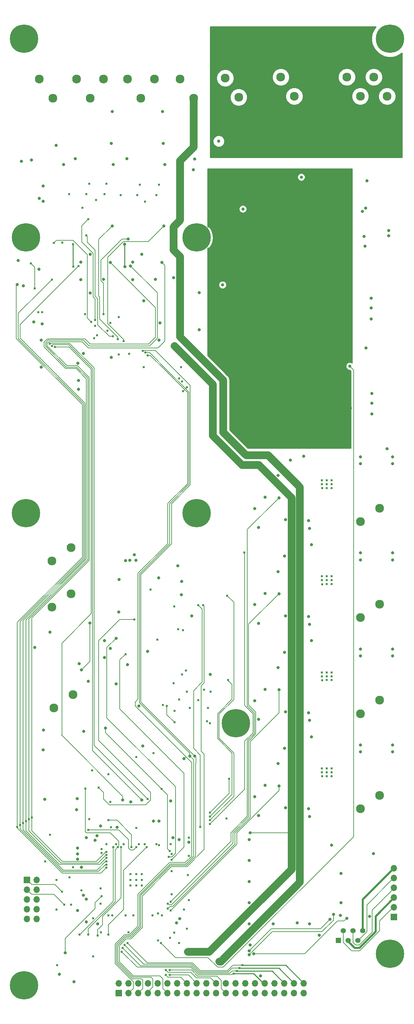
<source format=gbr>
G04 #@! TF.GenerationSoftware,KiCad,Pcbnew,(5.1.4)-1*
G04 #@! TF.CreationDate,2020-07-05T12:22:21-04:00*
G04 #@! TF.ProjectId,RPi_cape,5250695f-6361-4706-952e-6b696361645f,1.8*
G04 #@! TF.SameCoordinates,Original*
G04 #@! TF.FileFunction,Copper,L4,Bot*
G04 #@! TF.FilePolarity,Positive*
%FSLAX45Y45*%
G04 Gerber Fmt 4.5, Leading zero omitted, Abs format (unit mm)*
G04 Created by KiCad (PCBNEW (5.1.4)-1) date 2020-07-05 12:22:21*
%MOMM*%
%LPD*%
G04 APERTURE LIST*
%ADD10C,0.800000*%
%ADD11C,7.400000*%
%ADD12C,1.358000*%
%ADD13R,1.358000X1.358000*%
%ADD14C,2.300000*%
%ADD15O,1.700000X1.700000*%
%ADD16R,1.700000X1.700000*%
%ADD17C,0.620000*%
%ADD18C,0.500000*%
%ADD19C,0.200000*%
%ADD20C,2.000000*%
%ADD21C,0.250000*%
%ADD22C,0.254000*%
G04 APERTURE END LIST*
D10*
X4421222Y-8646222D03*
D11*
X4225000Y-8450000D03*
D10*
X3947500Y-8450000D03*
X4028778Y-8253778D03*
X4225000Y-8727500D03*
X4502500Y-8450000D03*
X4421222Y-8253778D03*
X4028778Y-8646222D03*
X4225000Y-8172500D03*
X8871222Y-8646222D03*
D11*
X8675000Y-8450000D03*
D10*
X8397500Y-8450000D03*
X8478778Y-8253778D03*
X8675000Y-8727500D03*
X8952500Y-8450000D03*
X8871222Y-8253778D03*
X8478778Y-8646222D03*
X8675000Y-8172500D03*
X8871222Y-15821222D03*
D11*
X8675000Y-15625000D03*
D10*
X8397500Y-15625000D03*
X8478778Y-15428778D03*
X8675000Y-15902500D03*
X8952500Y-15625000D03*
X8871222Y-15428778D03*
X8478778Y-15821222D03*
X8675000Y-15347500D03*
X4225000Y-15902500D03*
X4421222Y-15821222D03*
X4028778Y-15428778D03*
X4225000Y-15347500D03*
X4028778Y-15821222D03*
X4502500Y-15625000D03*
X4421222Y-15428778D03*
D11*
X4225000Y-15625000D03*
D10*
X3947500Y-15625000D03*
X9896222Y-20903778D03*
X9700000Y-20822500D03*
X9503778Y-20903778D03*
X9422500Y-21100000D03*
X9503778Y-21296222D03*
X9700000Y-21377500D03*
X9896222Y-21296222D03*
X9977500Y-21100000D03*
D11*
X9700000Y-21100000D03*
D10*
X4371222Y-3078778D03*
X4175000Y-2997500D03*
X3978778Y-3078778D03*
X3897500Y-3275000D03*
X3978778Y-3471222D03*
X4175000Y-3552500D03*
X4371222Y-3471222D03*
X4452500Y-3275000D03*
D11*
X4175000Y-3275000D03*
D10*
X13921222Y-3078778D03*
X13725000Y-2997500D03*
X13528778Y-3078778D03*
X13447500Y-3275000D03*
X13528778Y-3471222D03*
X13725000Y-3552500D03*
X13921222Y-3471222D03*
X14002500Y-3275000D03*
D11*
X13725000Y-3275000D03*
D10*
X4371222Y-27728778D03*
X4175000Y-27647500D03*
X3978778Y-27728778D03*
X3897500Y-27925000D03*
X3978778Y-28121222D03*
X4175000Y-28202500D03*
X4371222Y-28121222D03*
X4452500Y-27925000D03*
D11*
X4175000Y-27925000D03*
D10*
X13921222Y-26903778D03*
X13725000Y-26822500D03*
X13528778Y-26903778D03*
X13447500Y-27100000D03*
X13528778Y-27296222D03*
X13725000Y-27377500D03*
X13921222Y-27296222D03*
X14002500Y-27100000D03*
D11*
X13725000Y-27100000D03*
D12*
X13010000Y-26496000D03*
X12883000Y-26750000D03*
X12756000Y-26496000D03*
X12629000Y-26750000D03*
X12502000Y-26496000D03*
D13*
X12375000Y-26750000D03*
D14*
X12600000Y-4275000D03*
X12950000Y-4775000D03*
X13300000Y-4275000D03*
X13650000Y-4775000D03*
X6250000Y-4325000D03*
X5900000Y-4825000D03*
X5550000Y-4325000D03*
X7575000Y-4325000D03*
X7225000Y-4825000D03*
X6875000Y-4325000D03*
X4900000Y-16875000D03*
X5400000Y-16525000D03*
X4900000Y-18075000D03*
X5400000Y-17725000D03*
X13450000Y-22975000D03*
X12950000Y-23325000D03*
X13450000Y-20500000D03*
X12950000Y-20850000D03*
X13450000Y-18000000D03*
X12950000Y-18350000D03*
X13450000Y-15500000D03*
X12950000Y-15850000D03*
X4575000Y-4325000D03*
X4925000Y-4825000D03*
X8250000Y-4325000D03*
X8600000Y-4825000D03*
X9425000Y-4300000D03*
X9775000Y-4800000D03*
X10875000Y-4275000D03*
X11225000Y-4775000D03*
X4950000Y-20700000D03*
X5450000Y-20350000D03*
D15*
X13828000Y-24877000D03*
X13828000Y-25131000D03*
X13828000Y-25385000D03*
X13828000Y-25639000D03*
X13828000Y-25893000D03*
D16*
X13828000Y-26147000D03*
D15*
X4504000Y-26191000D03*
X4250000Y-26191000D03*
X4504000Y-25937000D03*
X4250000Y-25937000D03*
X4504000Y-25683000D03*
X4250000Y-25683000D03*
X4504000Y-25429000D03*
X4250000Y-25429000D03*
X4504000Y-25175000D03*
D16*
X4250000Y-25175000D03*
D15*
X11476000Y-27871000D03*
X11476000Y-28125000D03*
X11222000Y-27871000D03*
X11222000Y-28125000D03*
X10968000Y-27871000D03*
X10968000Y-28125000D03*
X10714000Y-27871000D03*
X10714000Y-28125000D03*
X10460000Y-27871000D03*
X10460000Y-28125000D03*
X10206000Y-27871000D03*
X10206000Y-28125000D03*
X9952000Y-27871000D03*
X9952000Y-28125000D03*
X9698000Y-27871000D03*
X9698000Y-28125000D03*
X9444000Y-27871000D03*
X9444000Y-28125000D03*
X9190000Y-27871000D03*
X9190000Y-28125000D03*
X8936000Y-27871000D03*
X8936000Y-28125000D03*
X8682000Y-27871000D03*
X8682000Y-28125000D03*
X8428000Y-27871000D03*
X8428000Y-28125000D03*
X8174000Y-27871000D03*
X8174000Y-28125000D03*
X7920000Y-27871000D03*
X7920000Y-28125000D03*
X7666000Y-27871000D03*
X7666000Y-28125000D03*
X7412000Y-27871000D03*
X7412000Y-28125000D03*
X7158000Y-27871000D03*
X7158000Y-28125000D03*
X6904000Y-27871000D03*
X6904000Y-28125000D03*
X6650000Y-27871000D03*
D16*
X6650000Y-28125000D03*
D17*
X12200000Y-14975000D03*
X12075000Y-14975000D03*
X11950000Y-14875000D03*
X12075000Y-14875000D03*
X12200000Y-14875000D03*
X12200000Y-14775000D03*
X12075000Y-14775000D03*
X11950000Y-14775000D03*
X7100000Y-25325000D03*
X7100000Y-25025000D03*
X7250000Y-25175000D03*
X6950000Y-25175000D03*
X7250000Y-25025000D03*
X7250000Y-25325000D03*
X6950000Y-25325000D03*
X6950000Y-25025000D03*
X11870000Y-13550000D03*
X11390000Y-13390000D03*
X11710000Y-13550000D03*
X11550000Y-13550000D03*
X11390000Y-13550000D03*
X11710000Y-13390000D03*
X11550000Y-13390000D03*
X11870000Y-13390000D03*
X11870000Y-13230000D03*
X11390000Y-13070000D03*
X11710000Y-13230000D03*
X11550000Y-13230000D03*
X11390000Y-13230000D03*
X11710000Y-13070000D03*
X11550000Y-13070000D03*
X11870000Y-13070000D03*
X11870000Y-12910000D03*
X11710000Y-12910000D03*
X11550000Y-12910000D03*
X11390000Y-12910000D03*
X11710000Y-12750000D03*
X11390000Y-12750000D03*
D10*
X10050000Y-26325000D03*
X10050000Y-25775000D03*
X10075000Y-26875000D03*
X10050000Y-25225000D03*
X10050000Y-24675000D03*
X10050000Y-24125000D03*
X6575000Y-20075000D03*
X4718750Y-23081250D03*
X4680000Y-21280000D03*
X4670000Y-21790000D03*
X5610000Y-19550000D03*
X6270000Y-19390000D03*
X6430000Y-19150000D03*
X8550000Y-18300000D03*
D17*
X8097502Y-18059143D03*
X7472500Y-17615000D03*
D10*
X8290000Y-17410000D03*
X8190000Y-17000000D03*
X7097789Y-16852501D03*
X6932501Y-16852501D03*
X6645000Y-18200000D03*
X10463000Y-15217000D03*
X7300000Y-10100000D03*
X7600000Y-9540000D03*
X8075000Y-9495000D03*
X7010000Y-9550000D03*
X7250000Y-8890000D03*
X7850000Y-6550000D03*
X7803750Y-6003750D03*
X4565000Y-9280000D03*
X4670000Y-7110000D03*
X4670000Y-7510000D03*
X4110000Y-6470000D03*
X5210000Y-6550000D03*
X5010000Y-6050000D03*
X9255000Y-5945000D03*
X8630000Y-6410000D03*
X9470000Y-7870000D03*
X10330000Y-7630000D03*
X10680000Y-6890000D03*
X13250000Y-12510000D03*
X13250000Y-13050000D03*
X12690000Y-12890000D03*
X12350000Y-12890000D03*
X12050000Y-13190000D03*
X12050000Y-13410000D03*
X12050000Y-13610000D03*
X11230000Y-13610000D03*
X11230000Y-13410000D03*
X11230000Y-13190000D03*
X11230000Y-12710000D03*
X12050000Y-12690000D03*
X10970000Y-12930000D03*
X10670000Y-12930000D03*
X10090000Y-13110000D03*
X10090000Y-13550000D03*
X10090000Y-13310000D03*
X11390000Y-13690000D03*
X11630000Y-13690000D03*
X11870000Y-13690000D03*
X12050000Y-12950000D03*
X11230000Y-12950000D03*
D17*
X11870000Y-12750000D03*
X11550000Y-12750000D03*
D10*
X13250000Y-12770000D03*
D17*
X11850000Y-11070000D03*
X11370000Y-10910000D03*
X11690000Y-11070000D03*
X11530000Y-11070000D03*
X11370000Y-11070000D03*
X11690000Y-10910000D03*
X11530000Y-10910000D03*
X11850000Y-10910000D03*
X11850000Y-10750000D03*
X11370000Y-10590000D03*
X11690000Y-10750000D03*
X11530000Y-10750000D03*
X11370000Y-10750000D03*
X11690000Y-10590000D03*
X11530000Y-10590000D03*
X11850000Y-10590000D03*
X11850000Y-10430000D03*
X11690000Y-10430000D03*
X11530000Y-10430000D03*
X11370000Y-10430000D03*
X11690000Y-10270000D03*
X11370000Y-10270000D03*
D10*
X13230000Y-10030000D03*
X13230000Y-10570000D03*
X12670000Y-10410000D03*
X12330000Y-10410000D03*
X12030000Y-10710000D03*
X12030000Y-10930000D03*
X12030000Y-11130000D03*
X11210000Y-11130000D03*
X11210000Y-10930000D03*
X11210000Y-10710000D03*
X11210000Y-10230000D03*
X12030000Y-10210000D03*
X10950000Y-10450000D03*
X10650000Y-10450000D03*
X10070000Y-10630000D03*
X10070000Y-11070000D03*
X10070000Y-10830000D03*
X11370000Y-11210000D03*
X11610000Y-11210000D03*
X11850000Y-11210000D03*
X12030000Y-10470000D03*
X11210000Y-10470000D03*
D17*
X11850000Y-10270000D03*
X11530000Y-10270000D03*
D10*
X13230000Y-10290000D03*
X6250000Y-9540000D03*
X5660000Y-9550000D03*
X5900000Y-8890000D03*
X6500000Y-6550000D03*
X6453750Y-6003750D03*
D17*
X5040000Y-27400000D03*
D10*
X12450000Y-25010000D03*
X12450000Y-25770000D03*
X13188750Y-26128750D03*
X4650000Y-10700000D03*
X7700000Y-11125000D03*
X4625000Y-11125000D03*
X7725000Y-10675000D03*
X5475000Y-27825000D03*
X12200000Y-24275000D03*
D17*
X7100000Y-25175000D03*
D10*
X5550000Y-23350000D03*
X4450000Y-19125000D03*
X7175000Y-20650000D03*
X11878750Y-26621250D03*
X11625000Y-26325000D03*
X11300000Y-26300000D03*
X10675000Y-26325000D03*
X5725000Y-11475000D03*
D17*
X11955000Y-14980000D03*
D10*
X11475000Y-14150000D03*
X10800000Y-14650000D03*
X10293999Y-16000000D03*
X11000000Y-15800000D03*
X6450000Y-11575000D03*
D17*
X12200000Y-17475000D03*
X12075000Y-17475000D03*
X11950000Y-17375000D03*
X12075000Y-17375000D03*
X12200000Y-17375000D03*
X12200000Y-17275000D03*
X12075000Y-17275000D03*
X11950000Y-17275000D03*
D10*
X10463000Y-17717000D03*
D17*
X11955000Y-17480000D03*
D10*
X10800000Y-17150000D03*
X10293999Y-18500000D03*
X11000000Y-18300000D03*
D17*
X12200000Y-19975000D03*
X12075000Y-19975000D03*
X11950000Y-19875000D03*
X12075000Y-19875000D03*
X12200000Y-19875000D03*
X12200000Y-19775000D03*
X12075000Y-19775000D03*
X11950000Y-19775000D03*
D10*
X10463000Y-20217000D03*
D17*
X11955000Y-19980000D03*
D10*
X10800000Y-19650000D03*
X10293999Y-21000000D03*
X11000000Y-20800000D03*
D17*
X12200000Y-22475000D03*
X12075000Y-22475000D03*
X11950000Y-22375000D03*
X12075000Y-22375000D03*
X12200000Y-22375000D03*
X12200000Y-22275000D03*
X12075000Y-22275000D03*
X11950000Y-22275000D03*
D10*
X10463000Y-22717000D03*
D17*
X11955000Y-22480000D03*
D10*
X10800000Y-22150000D03*
X10293999Y-23500000D03*
X11000000Y-23300000D03*
X11675000Y-16450000D03*
X11675000Y-18950000D03*
X11675000Y-21450000D03*
D17*
X6025000Y-10750000D03*
D10*
X9031002Y-19825000D03*
X6823503Y-16867612D03*
D17*
X8075000Y-20054300D03*
X8102805Y-20772195D03*
X9040002Y-20275000D03*
X7800000Y-20625000D03*
D10*
X7400000Y-19225000D03*
X6875000Y-19575000D03*
D17*
X9025000Y-21100000D03*
D10*
X6075000Y-24025000D03*
X6603750Y-23803750D03*
X5800000Y-24075000D03*
X5575000Y-24350000D03*
X5575000Y-24500000D03*
X5800000Y-25675000D03*
X5575000Y-25975000D03*
X5800000Y-26275000D03*
X6100000Y-26325000D03*
X8150000Y-26300000D03*
X8235082Y-26185082D03*
X8225000Y-24125000D03*
X8475000Y-24200000D03*
X8059000Y-24075000D03*
X5725000Y-25575000D03*
D17*
X6200000Y-24375000D03*
X6200000Y-24475001D03*
X6325000Y-24250001D03*
X6575000Y-24250001D03*
X6775000Y-24249999D03*
X7175000Y-24250000D03*
X7325000Y-24250000D03*
X8025001Y-24500000D03*
X7625000Y-24250000D03*
X8025000Y-24950000D03*
X8025000Y-25550000D03*
X7775000Y-26100000D03*
X7525000Y-26100000D03*
X7025000Y-26100000D03*
X6475000Y-26100000D03*
X6900000Y-26543000D03*
D10*
X5575000Y-24633999D03*
X7550000Y-23650000D03*
X7700000Y-23650000D03*
D17*
X5675000Y-25450000D03*
X5400000Y-25825000D03*
X5361369Y-25113631D03*
X5450000Y-24850000D03*
D10*
X6175002Y-23775000D03*
D17*
X7675000Y-26750000D03*
X7984170Y-26684170D03*
X8425000Y-26450000D03*
X5875000Y-7050000D03*
X6325000Y-7050000D03*
X5800000Y-7325000D03*
X6275000Y-7325000D03*
X7125000Y-7350000D03*
X7200000Y-7075000D03*
X7700000Y-7075000D03*
X7625000Y-7350000D03*
X7650000Y-18925000D03*
X8725000Y-20500000D03*
X8500000Y-20700000D03*
X7550000Y-21875000D03*
X8975000Y-20700000D03*
X8400000Y-19725000D03*
D10*
X5900000Y-9900000D03*
D17*
X5768000Y-10450000D03*
X6425000Y-10675000D03*
X6650000Y-10525000D03*
X6350000Y-10875001D03*
X6000000Y-11075000D03*
X6075000Y-11000000D03*
X6921250Y-11478750D03*
X6650000Y-11500000D03*
X5950000Y-22325000D03*
X5875000Y-23600000D03*
D10*
X4625000Y-11825000D03*
X5600000Y-12400000D03*
D17*
X8300000Y-12200000D03*
X8275000Y-11825000D03*
X7300000Y-11825000D03*
X5175000Y-8582000D03*
X5700000Y-7675000D03*
X4550000Y-10400000D03*
X4650000Y-10400000D03*
D10*
X5578330Y-11721670D03*
X13795000Y-14345000D03*
X13795000Y-14165000D03*
X13090000Y-7690000D03*
X13005000Y-7775000D03*
X13050000Y-8425000D03*
X11600000Y-15825000D03*
X11625000Y-16025000D03*
X13795000Y-16845000D03*
X13795000Y-16665000D03*
X11600000Y-18325000D03*
X11625000Y-18525000D03*
X13795000Y-19345000D03*
X13795000Y-19165000D03*
X11600000Y-20825000D03*
X11625000Y-21025000D03*
X13795000Y-21845000D03*
X13795000Y-21665000D03*
X11600000Y-23325000D03*
X11625000Y-23525000D03*
X13125000Y-6975000D03*
X12955000Y-14165000D03*
X12955000Y-14345000D03*
X13690000Y-8270000D03*
X13690000Y-8410000D03*
X13075000Y-8675000D03*
X13100000Y-11325000D03*
X12955000Y-16665000D03*
X12955000Y-16845000D03*
X12955000Y-19165000D03*
X12955000Y-19345000D03*
X12955000Y-21665000D03*
X12955000Y-21845000D03*
X13650000Y-13950000D03*
X7010000Y-9090000D03*
X6860000Y-6400000D03*
X4155000Y-9710000D03*
X4570000Y-7430000D03*
X4370000Y-6430000D03*
X8590000Y-6690000D03*
X8750000Y-9890000D03*
X5660000Y-9090000D03*
X5510000Y-6400000D03*
X8750000Y-10850000D03*
D17*
X8218750Y-20481250D03*
X8425000Y-20275000D03*
X6700000Y-7350000D03*
X7331250Y-7518750D03*
X5350000Y-7325000D03*
X8325000Y-18675000D03*
X8950000Y-21050000D03*
X8300000Y-19825000D03*
X6050000Y-7475000D03*
D10*
X7790000Y-5170000D03*
X11410000Y-6880000D03*
X6475000Y-5175000D03*
D17*
X8875000Y-20225000D03*
D10*
X5560000Y-23060000D03*
X10190000Y-15510000D03*
X5095000Y-27635000D03*
X12425000Y-26100000D03*
X4850000Y-18725000D03*
X10190000Y-18010000D03*
X10190000Y-20510000D03*
X10190000Y-23010000D03*
X8000000Y-23125000D03*
D17*
X7100001Y-21975000D03*
D10*
X11125000Y-14250000D03*
X10975000Y-16750000D03*
X10975000Y-19250000D03*
X10975000Y-21750000D03*
X6025000Y-24150000D03*
X5675000Y-24850000D03*
D17*
X6375000Y-26100000D03*
X6178750Y-26546250D03*
X5975000Y-26175000D03*
X6825000Y-26100000D03*
X7675000Y-26050000D03*
X9455000Y-23580000D03*
D10*
X6960000Y-23150000D03*
D17*
X8475000Y-24550000D03*
X8475000Y-24075000D03*
X7700000Y-24275000D03*
X7100000Y-23825000D03*
X8350000Y-25950000D03*
X8475000Y-25700000D03*
X8000000Y-24250000D03*
X8450000Y-25050000D03*
X6175000Y-25400000D03*
X6175001Y-25800000D03*
X5025001Y-25175000D03*
X5025000Y-25950000D03*
X4725000Y-24700000D03*
X4850000Y-24000000D03*
X6446250Y-23803750D03*
X5980000Y-27170000D03*
X8225000Y-26825000D03*
X8096250Y-26550001D03*
X6375000Y-22425000D03*
X6425000Y-23150000D03*
D10*
X5600000Y-12175000D03*
X4425000Y-10650000D03*
X5850000Y-20010000D03*
X5730000Y-21310000D03*
X6275000Y-18950000D03*
X7685000Y-17315000D03*
X8278750Y-17751250D03*
X7050000Y-16710000D03*
X6655500Y-17360000D03*
D17*
X8200000Y-18650000D03*
X8850000Y-18025000D03*
X8775000Y-23800000D03*
X8725000Y-18025000D03*
D10*
X7270000Y-21690000D03*
X9355000Y-9685000D03*
X9885000Y-7710000D03*
D17*
X12975000Y-5700000D03*
X12975000Y-5500000D03*
X12975000Y-5300000D03*
X12975000Y-5400000D03*
X12975000Y-5600000D03*
X12875000Y-5700000D03*
X12875000Y-5500000D03*
X12875000Y-5300000D03*
X12875000Y-5400000D03*
X12875000Y-5600000D03*
X12775000Y-5700000D03*
X12775000Y-5500000D03*
X12775000Y-5300000D03*
X12775000Y-5400000D03*
X12775000Y-5600000D03*
X12675000Y-5700000D03*
X12675000Y-5500000D03*
X12675000Y-5300000D03*
X12675000Y-5400000D03*
X12675000Y-5600000D03*
X12575000Y-5700000D03*
X12575000Y-5500000D03*
X12575000Y-5300000D03*
X12575000Y-5400000D03*
X12575000Y-5600000D03*
X12475000Y-5700000D03*
X12475000Y-5600000D03*
X12475000Y-5500000D03*
X12475000Y-5400000D03*
X12475000Y-5300000D03*
D10*
X9375000Y-12165000D03*
X13290000Y-24490000D03*
X9275000Y-27300000D03*
D17*
X7975000Y-27525000D03*
X9643000Y-27618000D03*
X6725000Y-27050000D03*
X7875000Y-27525000D03*
D10*
X8450000Y-27050000D03*
X8100000Y-11275000D03*
X10075000Y-23950000D03*
D17*
X8225000Y-12125000D03*
X7974999Y-27650000D03*
X9725000Y-27550000D03*
X6750000Y-26950000D03*
X9800000Y-27475000D03*
X6800000Y-26875000D03*
X7875000Y-27655155D03*
X9875000Y-27400000D03*
X6875000Y-26825000D03*
D10*
X8625000Y-21950000D03*
D17*
X7275000Y-11407000D03*
D10*
X8500000Y-21950000D03*
D17*
X7343000Y-11450000D03*
X8425000Y-12350000D03*
D10*
X8350000Y-22025001D03*
D17*
X7400000Y-11518995D03*
X8325000Y-12450000D03*
X5225000Y-25825000D03*
X5162500Y-25487500D03*
D10*
X6575000Y-18885000D03*
D17*
X7950000Y-24575000D03*
D10*
X6750000Y-23100000D03*
D17*
X4975000Y-11298995D03*
D10*
X7250000Y-23100000D03*
D17*
X4899131Y-11273976D03*
D10*
X12674999Y-11799999D03*
D17*
X7750000Y-26825000D03*
X7400000Y-23075000D03*
X4842970Y-11219846D03*
D10*
X6890000Y-8490001D03*
D17*
X6250000Y-10450000D03*
D10*
X7825000Y-8150000D03*
D17*
X6772500Y-11152500D03*
D10*
X6800000Y-8625000D03*
X6810000Y-9210000D03*
X7775000Y-9100000D03*
D17*
X6325000Y-24450000D03*
X4375000Y-23550000D03*
D10*
X6950000Y-9190000D03*
D17*
X6326305Y-24529305D03*
X4300000Y-23600000D03*
X6025000Y-10600000D03*
X5850000Y-7975000D03*
D10*
X6475000Y-8150000D03*
D17*
X6624999Y-11100000D03*
X5450000Y-8625000D03*
X5460000Y-9210000D03*
D10*
X6425000Y-9100000D03*
D17*
X6324865Y-24607292D03*
X4225000Y-23650000D03*
X5600000Y-9190000D03*
X6325000Y-24700000D03*
X4150000Y-23700000D03*
X5925000Y-10650000D03*
X6497500Y-11022500D03*
X4955000Y-8595000D03*
X5800000Y-8400000D03*
D10*
X4025000Y-9050000D03*
D17*
X4450000Y-9775000D03*
X4355000Y-9130000D03*
X6326305Y-24779305D03*
X4075000Y-23750000D03*
X4900000Y-9550000D03*
D10*
X4000000Y-9675000D03*
D17*
X6324865Y-24857292D03*
X4000000Y-23800000D03*
D10*
X5250000Y-27075000D03*
D17*
X6200000Y-25600000D03*
D10*
X10826001Y-15230000D03*
D17*
X8000000Y-25750000D03*
D10*
X10826001Y-17730000D03*
D17*
X7925000Y-25800000D03*
D10*
X10826001Y-20230000D03*
D17*
X7925000Y-25925000D03*
D10*
X10826001Y-22730000D03*
D17*
X8000000Y-25975000D03*
D10*
X10350000Y-27674999D03*
X5670000Y-19710000D03*
X5890000Y-18490000D03*
X10171497Y-27100000D03*
X12600000Y-26175000D03*
X10050000Y-27125000D03*
X12250000Y-26075000D03*
X10050000Y-27025000D03*
X12159442Y-26204869D03*
D17*
X9925000Y-16650000D03*
X9025000Y-23725000D03*
X9025000Y-23625000D03*
X9475000Y-17775000D03*
X9025000Y-23525000D03*
X9500000Y-19975000D03*
X9025000Y-23425000D03*
X9525000Y-22550000D03*
D10*
X6300000Y-21225000D03*
D17*
X7975000Y-24425000D03*
X7767180Y-22807820D03*
X6825000Y-19300000D03*
X8025000Y-24650000D03*
X8100000Y-21075000D03*
X7900000Y-20650000D03*
X6500000Y-24325000D03*
X5625000Y-26600000D03*
X7100000Y-24325000D03*
X5850000Y-23875000D03*
X6703000Y-24325000D03*
X6100000Y-26625000D03*
X7375000Y-24325000D03*
X6375000Y-26600000D03*
X6975000Y-24325000D03*
X6375000Y-23625000D03*
X7050000Y-18400000D03*
X6125000Y-22775000D03*
X6625000Y-24325000D03*
X5850000Y-26600000D03*
X5774999Y-22800000D03*
D18*
X12629000Y-26779000D02*
X12629000Y-26750000D01*
X13828000Y-25647000D02*
X13350000Y-26125000D01*
X13828000Y-25639000D02*
X13828000Y-25647000D01*
X13350000Y-26125000D02*
X13350000Y-26525000D01*
X13350000Y-26525000D02*
X12925000Y-26950000D01*
X12925000Y-26950000D02*
X12800000Y-26950000D01*
X12800000Y-26950000D02*
X12629000Y-26779000D01*
D19*
X8800000Y-20125000D02*
X8875000Y-20050000D01*
X6662956Y-27312043D02*
X6662956Y-26889782D01*
X8875000Y-24387099D02*
X8875000Y-21900000D01*
X7025913Y-27675000D02*
X6662956Y-27312043D01*
X7261001Y-25591738D02*
X8019736Y-24833003D01*
X7725000Y-27675000D02*
X7025913Y-27675000D01*
X7800000Y-27750000D02*
X7725000Y-27675000D01*
X6662956Y-26889782D02*
X6844736Y-26708003D01*
X7920000Y-28125000D02*
X7800000Y-28005000D01*
X7800000Y-28005000D02*
X7800000Y-27750000D01*
X6844736Y-26708003D02*
X6972096Y-26708003D01*
X6972096Y-26708003D02*
X7261001Y-26419098D01*
X7261001Y-26419098D02*
X7261001Y-25591738D01*
X8875000Y-21900000D02*
X8800000Y-21825000D01*
X8019736Y-24833003D02*
X8429097Y-24833003D01*
X8429097Y-24833003D02*
X8875000Y-24387099D01*
X8800000Y-21825000D02*
X8800000Y-20125000D01*
X8875000Y-18125000D02*
X8875000Y-18050000D01*
X8875000Y-20050000D02*
X8875000Y-18125000D01*
X8875000Y-18050000D02*
X8850000Y-18025000D01*
X8775000Y-21925000D02*
X8775000Y-23800000D01*
X8600000Y-20250000D02*
X8600000Y-21750000D01*
X8600000Y-21750000D02*
X8775000Y-21925000D01*
X8825000Y-20025000D02*
X8600000Y-20250000D01*
X8725000Y-18025000D02*
X8825000Y-18125000D01*
X8825000Y-18125000D02*
X8825000Y-20025000D01*
D20*
X9311800Y-27300000D02*
X9275000Y-27300000D01*
X9375000Y-13525000D02*
X9975000Y-14125000D01*
X9375000Y-12165000D02*
X9375000Y-13525000D01*
X9975000Y-14125000D02*
X10550000Y-14125000D01*
X10550000Y-14125000D02*
X11375000Y-14950000D01*
X11375000Y-14950000D02*
X11375000Y-25236800D01*
X11375000Y-25236800D02*
X9311800Y-27300000D01*
X8250000Y-11040000D02*
X9375000Y-12165000D01*
X8250000Y-8950000D02*
X8250000Y-11040000D01*
X8600000Y-6100000D02*
X8250000Y-6450000D01*
X8600000Y-4825000D02*
X8600000Y-6100000D01*
X8250000Y-6450000D02*
X8250000Y-8000000D01*
X8075000Y-8175000D02*
X8075000Y-8775000D01*
X8250000Y-8000000D02*
X8075000Y-8175000D01*
X8075000Y-8775000D02*
X8250000Y-8950000D01*
D19*
X8549999Y-27525000D02*
X7975000Y-27525000D01*
X9444000Y-28125000D02*
X9325000Y-28006000D01*
X9325000Y-28006000D02*
X9325000Y-27795860D01*
X8708003Y-27683003D02*
X8549999Y-27525000D01*
X9325000Y-27795860D02*
X9212143Y-27683003D01*
X9212143Y-27683003D02*
X8708003Y-27683003D01*
D21*
X10421000Y-27871000D02*
X10460000Y-27871000D01*
X9643000Y-27618000D02*
X10168000Y-27618000D01*
X10168000Y-27618000D02*
X10421000Y-27871000D01*
D19*
X9643000Y-27618000D02*
X9613997Y-27647002D01*
X7125000Y-27450000D02*
X6725000Y-27050000D01*
X8525913Y-27450000D02*
X7125000Y-27450000D01*
X8722915Y-27647002D02*
X8525913Y-27450000D01*
X9613997Y-27647002D02*
X8722915Y-27647002D01*
X8529000Y-27582000D02*
X7932000Y-27582000D01*
X7932000Y-27582000D02*
X7875000Y-27525000D01*
X8673500Y-27726500D02*
X8529000Y-27582000D01*
X9079000Y-27760000D02*
X9190000Y-27871000D01*
X8673500Y-27726500D02*
X9045500Y-27726500D01*
X9045500Y-27726500D02*
X9079000Y-27760000D01*
D20*
X9011800Y-27050000D02*
X8450000Y-27050000D01*
X10324999Y-25736801D02*
X9011800Y-27050000D01*
X9100000Y-12275000D02*
X8100000Y-11275000D01*
X10324999Y-25736801D02*
X11156000Y-24905800D01*
X11156000Y-15231000D02*
X10300000Y-14375000D01*
X10300000Y-14375000D02*
X9863872Y-14375000D01*
X9863872Y-14375000D02*
X9100000Y-13611128D01*
X9100000Y-13611128D02*
X9100000Y-12275000D01*
D19*
X11137000Y-23950000D02*
X11156000Y-23969000D01*
X10075000Y-23950000D02*
X11137000Y-23950000D01*
D20*
X11156000Y-24905800D02*
X11156000Y-23969000D01*
X11156000Y-23969000D02*
X11156000Y-15231000D01*
D19*
X8465002Y-27654002D02*
X7979002Y-27654002D01*
X8682000Y-27871000D02*
X8465002Y-27654002D01*
X7979002Y-27654002D02*
X7974999Y-27650000D01*
D21*
X10647000Y-27550000D02*
X10968000Y-27871000D01*
X9725000Y-27550000D02*
X10647000Y-27550000D01*
D19*
X8540825Y-27413999D02*
X8737827Y-27611001D01*
X8737827Y-27611001D02*
X9538999Y-27611001D01*
X6750000Y-26950000D02*
X7213999Y-27413999D01*
X7213999Y-27413999D02*
X8540825Y-27413999D01*
X9538999Y-27611001D02*
X9600000Y-27550000D01*
X9600000Y-27550000D02*
X9725000Y-27550000D01*
D21*
X10826000Y-27475000D02*
X11222000Y-27871000D01*
X9800000Y-27475000D02*
X10826000Y-27475000D01*
D19*
X9800000Y-27475000D02*
X9600000Y-27475000D01*
X9600000Y-27475000D02*
X9500000Y-27575000D01*
X9500000Y-27575000D02*
X8752739Y-27575000D01*
X8752739Y-27575000D02*
X8552739Y-27375000D01*
X8552739Y-27375000D02*
X7300000Y-27375000D01*
X7300000Y-27375000D02*
X6800000Y-26875000D01*
X8428000Y-27871000D02*
X8264000Y-27707000D01*
X8264000Y-27707000D02*
X7926845Y-27707000D01*
X7926845Y-27707000D02*
X7875000Y-27655155D01*
D21*
X11005000Y-27400000D02*
X11476000Y-27871000D01*
X9875000Y-27400000D02*
X11005000Y-27400000D01*
D19*
X9875000Y-27400000D02*
X9650000Y-27400000D01*
X7388999Y-27338999D02*
X6875000Y-26825000D01*
X8567651Y-27338999D02*
X7388999Y-27338999D01*
X8767651Y-27538999D02*
X8567651Y-27338999D01*
X9485088Y-27538999D02*
X8767651Y-27538999D01*
X9650000Y-27400000D02*
X9624087Y-27400000D01*
X9624087Y-27400000D02*
X9485088Y-27538999D01*
X8664573Y-21989573D02*
X8625000Y-21950000D01*
X7013999Y-27713999D02*
X6622002Y-27322002D01*
X7412000Y-28088000D02*
X7534000Y-27966000D01*
X7488999Y-27713999D02*
X7013999Y-27713999D01*
X6622002Y-26879824D02*
X6829824Y-26672002D01*
X7534000Y-27759000D02*
X7488999Y-27713999D01*
X7534000Y-27966000D02*
X7534000Y-27759000D01*
X7412000Y-28125000D02*
X7412000Y-28088000D01*
X6622002Y-27322002D02*
X6622002Y-26879824D01*
X7225000Y-26404186D02*
X7225000Y-25576826D01*
X8650000Y-22150000D02*
X8664573Y-22135427D01*
X6957184Y-26672002D02*
X7225000Y-26404186D01*
X6829824Y-26672002D02*
X6957184Y-26672002D01*
X7225000Y-25576826D02*
X8004824Y-24797002D01*
X8414184Y-24797002D02*
X8650000Y-24561186D01*
X8004824Y-24797002D02*
X8414184Y-24797002D01*
X8664573Y-22135427D02*
X8664573Y-21989573D01*
X8650000Y-24561186D02*
X8650000Y-22150000D01*
X7221592Y-20546592D02*
X8625000Y-21950000D01*
X7221592Y-17228408D02*
X7221592Y-20546592D01*
X8025000Y-16425000D02*
X7221592Y-17228408D01*
X7275000Y-11407000D02*
X7289000Y-11393000D01*
X7289000Y-11393000D02*
X7602360Y-11393000D01*
X7602360Y-11393000D02*
X8511001Y-12301641D01*
X8511001Y-12301641D02*
X8511001Y-14893823D01*
X8511001Y-14893823D02*
X8025000Y-15379824D01*
X8025000Y-15379824D02*
X8025000Y-16425000D01*
X7499087Y-11500000D02*
X7924543Y-11925456D01*
X7924543Y-11925456D02*
X8011587Y-12012500D01*
X8011587Y-12012500D02*
X8012500Y-12012500D01*
X7250000Y-27750000D02*
X7275000Y-27775000D01*
X6998193Y-27750000D02*
X7250000Y-27750000D01*
X6586001Y-27337808D02*
X6998193Y-27750000D01*
X6814912Y-26636001D02*
X6586001Y-26864912D01*
X6942272Y-26636001D02*
X6814912Y-26636001D01*
X7186001Y-26392272D02*
X6942272Y-26636001D01*
X7275000Y-28008000D02*
X7158000Y-28125000D01*
X6586001Y-26864912D02*
X6586001Y-27337808D01*
X8500000Y-21950000D02*
X8600000Y-22050000D01*
X8600000Y-22050000D02*
X8600000Y-24560273D01*
X7275000Y-27775000D02*
X7275000Y-28008000D01*
X8600000Y-24560273D02*
X8399272Y-24761001D01*
X8399272Y-24761001D02*
X7989912Y-24761001D01*
X7989912Y-24761001D02*
X7186001Y-25564912D01*
X7186001Y-25564912D02*
X7186001Y-26392272D01*
X7499087Y-11500000D02*
X7449087Y-11450000D01*
X7449087Y-11450000D02*
X7343000Y-11450000D01*
X8387043Y-12387956D02*
X8425000Y-12350000D01*
X7924543Y-11925456D02*
X8387043Y-12387956D01*
X8475000Y-14878911D02*
X8475000Y-12475913D01*
X7974543Y-15379367D02*
X8475000Y-14878911D01*
X7974543Y-16424543D02*
X7974543Y-15379367D01*
X7185591Y-17213496D02*
X7974543Y-16424543D01*
X8475000Y-12475913D02*
X8387043Y-12387956D01*
X7185591Y-20562911D02*
X7185591Y-17213496D01*
X8500000Y-21877320D02*
X7185591Y-20562911D01*
X8500000Y-21950000D02*
X8500000Y-21877320D01*
X8401160Y-21973840D02*
X8350000Y-22025000D01*
X8350000Y-22025000D02*
X8350000Y-22025001D01*
X8550000Y-22122680D02*
X8401160Y-21973840D01*
X8550000Y-24559360D02*
X8550000Y-22122680D01*
X8384360Y-24725000D02*
X8550000Y-24559360D01*
X7975000Y-24725000D02*
X8384360Y-24725000D01*
X7150000Y-25550000D02*
X7975000Y-24725000D01*
X6904000Y-28125000D02*
X7025000Y-28004000D01*
X7025000Y-27827720D02*
X6550000Y-27352720D01*
X7025000Y-28004000D02*
X7025000Y-27827720D01*
X6550000Y-27352720D02*
X6550000Y-26850000D01*
X6927360Y-26600000D02*
X7150000Y-26377360D01*
X6550000Y-26850000D02*
X6800000Y-26600000D01*
X7150000Y-26377360D02*
X7150000Y-25550000D01*
X6800000Y-26600000D02*
X6927360Y-26600000D01*
X7861587Y-11913413D02*
X7467169Y-11518995D01*
X7467169Y-11518995D02*
X7400000Y-11518995D01*
X8361587Y-12413413D02*
X8325000Y-12450000D01*
X8361587Y-12413413D02*
X7861587Y-11913413D01*
X7076160Y-20648840D02*
X8401160Y-21973840D01*
X7076160Y-20548840D02*
X7076160Y-20648840D01*
X7149590Y-17198584D02*
X7149590Y-20475410D01*
X7925000Y-16423174D02*
X7149590Y-17198584D01*
X7149590Y-20475410D02*
X7076160Y-20548840D01*
X7925000Y-15377998D02*
X7925000Y-16423174D01*
X8438999Y-14863999D02*
X7925000Y-15377998D01*
X8438999Y-12490825D02*
X8438999Y-14863999D01*
X8361587Y-12413413D02*
X8438999Y-12490825D01*
X4950000Y-25550000D02*
X5225000Y-25825000D01*
X4250000Y-25429000D02*
X4371000Y-25550000D01*
X4371000Y-25550000D02*
X4950000Y-25550000D01*
X4975000Y-25300000D02*
X5162500Y-25487500D01*
X4250000Y-25175000D02*
X4375000Y-25300000D01*
X4375000Y-25300000D02*
X4975000Y-25300000D01*
X8125000Y-22750000D02*
X6336000Y-20961000D01*
X6336000Y-20961000D02*
X6336000Y-19124000D01*
X6336000Y-19124000D02*
X6350000Y-19110000D01*
X6350000Y-19110000D02*
X6575000Y-18885000D01*
X8125000Y-24484361D02*
X8125000Y-24450000D01*
X8034361Y-24575000D02*
X8125000Y-24484361D01*
X7950000Y-24575000D02*
X8034361Y-24575000D01*
X8125000Y-24450000D02*
X8125000Y-22750000D01*
X6750000Y-23000000D02*
X6750000Y-23100000D01*
X6750000Y-23000000D02*
X5162500Y-21412500D01*
X5162500Y-21412500D02*
X5150000Y-21400000D01*
X5348995Y-11298995D02*
X4975000Y-11298995D01*
X5925000Y-18249087D02*
X5925000Y-11875000D01*
X5162500Y-21412500D02*
X5162500Y-19011587D01*
X5162500Y-19011587D02*
X5925000Y-18249087D01*
X5925000Y-11875000D02*
X5348995Y-11298995D01*
X7250000Y-23100000D02*
X5961001Y-21811001D01*
X5961001Y-11860088D02*
X5342908Y-11241994D01*
X5342908Y-11241994D02*
X4931113Y-11241994D01*
X4931113Y-11241994D02*
X4899131Y-11273976D01*
X5961001Y-21811001D02*
X5961001Y-11860088D01*
X8125000Y-27200000D02*
X7750000Y-26825000D01*
X12774999Y-11899999D02*
X12774999Y-24050001D01*
X12774999Y-24050001D02*
X9375000Y-27450000D01*
X9225000Y-27450000D02*
X8975000Y-27200000D01*
X12674999Y-11799999D02*
X12774999Y-11899999D01*
X9375000Y-27450000D02*
X9225000Y-27450000D01*
X8975000Y-27200000D02*
X8125000Y-27200000D01*
X5357820Y-11205993D02*
X4856823Y-11205993D01*
X6000000Y-21675000D02*
X6000000Y-11848174D01*
X4856823Y-11205993D02*
X4842970Y-11219846D01*
X6000000Y-11848174D02*
X5357820Y-11205993D01*
X7400000Y-23075000D02*
X6000000Y-21675000D01*
X6180000Y-9573600D02*
X6250000Y-9643600D01*
X6890000Y-8490001D02*
X6734999Y-8490001D01*
X6734999Y-8490001D02*
X6180000Y-9045000D01*
X6250000Y-9643600D02*
X6250000Y-10450000D01*
X6180000Y-9045000D02*
X6180000Y-9573600D01*
X6772500Y-11110703D02*
X6772500Y-11152500D01*
X7414999Y-8560001D02*
X6838601Y-8560001D01*
X6355000Y-10693203D02*
X6772500Y-11110703D01*
X7825000Y-8150000D02*
X7414999Y-8560001D01*
X6838601Y-8560001D02*
X6833600Y-8555000D01*
X6833600Y-8555000D02*
X6766400Y-8555000D01*
X6766400Y-8555000D02*
X6355000Y-8966400D01*
X6355000Y-8966400D02*
X6355000Y-10693203D01*
D21*
X6800000Y-8625000D02*
X6800000Y-9200000D01*
X6800000Y-9200000D02*
X6810000Y-9210000D01*
D19*
X6309361Y-24450000D02*
X6325000Y-24450000D01*
X6059361Y-24700000D02*
X6309361Y-24450000D01*
X5175000Y-24700000D02*
X6059361Y-24700000D01*
X4375000Y-23900000D02*
X5175000Y-24700000D01*
X4375000Y-23550000D02*
X4375000Y-23575000D01*
X4375000Y-23550000D02*
X4375000Y-23900000D01*
X4375000Y-18354566D02*
X5875000Y-16854566D01*
X5687845Y-11162845D02*
X5850000Y-11325000D01*
X5850000Y-11325000D02*
X7675000Y-11325000D01*
X5563583Y-11787670D02*
X5289496Y-11787670D01*
X4817484Y-11162845D02*
X5687845Y-11162845D01*
X5875000Y-16854566D02*
X5875000Y-12099086D01*
X7675000Y-11325000D02*
X7850000Y-11150000D01*
X7850000Y-9175000D02*
X7775000Y-9100000D01*
X7850000Y-11150000D02*
X7850000Y-9175000D01*
X4775000Y-11273174D02*
X4775000Y-11205329D01*
X5289496Y-11787670D02*
X4775000Y-11273174D01*
X5875000Y-12099086D02*
X5563583Y-11787670D01*
X4375000Y-23550000D02*
X4375000Y-18354566D01*
X4775000Y-11205329D02*
X4817484Y-11162845D01*
X6315101Y-24529305D02*
X6326305Y-24529305D01*
X6105408Y-24738999D02*
X6315101Y-24529305D01*
X5138999Y-24738999D02*
X6105408Y-24738999D01*
X4300000Y-23900000D02*
X5138999Y-24738999D01*
X4300000Y-23625000D02*
X4300000Y-23600000D01*
X4300000Y-23625000D02*
X4300000Y-23900000D01*
X4738999Y-11190417D02*
X4802572Y-11126844D01*
X4300000Y-23625000D02*
X4300000Y-18378653D01*
X5838999Y-16839654D02*
X5838999Y-12113999D01*
X7650000Y-11077320D02*
X7650000Y-9890000D01*
X5838999Y-12113999D02*
X5548671Y-11823671D01*
X5548671Y-11823671D02*
X5274584Y-11823671D01*
X7452320Y-11275000D02*
X7650000Y-11077320D01*
X5726844Y-11126844D02*
X5875000Y-11275000D01*
X4802572Y-11126844D02*
X5726844Y-11126844D01*
X4300000Y-18378653D02*
X5838999Y-16839654D01*
X7650000Y-9890000D02*
X6950000Y-9190000D01*
X5875000Y-11275000D02*
X7452320Y-11275000D01*
X5274584Y-11823671D02*
X4738999Y-11288086D01*
X4738999Y-11288086D02*
X4738999Y-11190417D01*
X6025000Y-10050000D02*
X6025000Y-10600000D01*
X5975000Y-10000000D02*
X6025000Y-10050000D01*
X5975000Y-8861400D02*
X5975000Y-10000000D01*
X5681800Y-8568200D02*
X5681800Y-8143200D01*
X5681800Y-8568200D02*
X5975000Y-8861400D01*
X5681800Y-8143200D02*
X5850000Y-7975000D01*
X6624999Y-11100000D02*
X6624999Y-11052319D01*
X6125000Y-8500000D02*
X6475000Y-8150000D01*
X6148200Y-10575520D02*
X6148200Y-9998200D01*
X6624999Y-11052319D02*
X6148200Y-10575520D01*
X6125000Y-9975000D02*
X6125000Y-8500000D01*
X6148200Y-9998200D02*
X6125000Y-9975000D01*
D21*
X5450000Y-8625000D02*
X5450000Y-9200000D01*
X5450000Y-9200000D02*
X5460000Y-9210000D01*
D19*
X6157158Y-24775000D02*
X5100000Y-24775000D01*
X5100000Y-24775000D02*
X4225000Y-23900000D01*
X4700000Y-11300000D02*
X4700000Y-11173174D01*
X5765843Y-11090843D02*
X5900000Y-11225000D01*
X5900000Y-11225000D02*
X7425000Y-11225000D01*
X7425000Y-11225000D02*
X7605000Y-11045000D01*
X7605000Y-10280000D02*
X6425000Y-9100000D01*
X5533759Y-11859672D02*
X5259672Y-11859672D01*
X6324865Y-24607292D02*
X6157158Y-24775000D01*
X4782331Y-11090843D02*
X5765843Y-11090843D01*
X4225000Y-18402740D02*
X5802997Y-16824742D01*
X4700000Y-11173174D02*
X4782331Y-11090843D01*
X5802997Y-12128911D02*
X5533759Y-11859672D01*
X7605000Y-11045000D02*
X7605000Y-10280000D01*
X5802997Y-16824742D02*
X5802997Y-12128911D01*
X5259672Y-11859672D02*
X4700000Y-11300000D01*
X4225000Y-23900000D02*
X4225000Y-18402740D01*
X6300000Y-24700000D02*
X6075000Y-24925000D01*
X6075000Y-24925000D02*
X5199087Y-24925000D01*
X5199087Y-24925000D02*
X4150000Y-23875913D01*
X6325000Y-24700000D02*
X6300000Y-24700000D01*
X4150000Y-23875913D02*
X4150000Y-23700000D01*
X4150000Y-23700000D02*
X4150000Y-18426826D01*
X4075000Y-11077739D02*
X4075000Y-10715000D01*
X4075000Y-10715000D02*
X5600000Y-9190000D01*
X5766996Y-16809830D02*
X5766996Y-12769735D01*
X4150000Y-18426826D02*
X5766996Y-16809830D01*
X5766996Y-12769735D02*
X4075000Y-11077739D01*
X5453600Y-8525000D02*
X5825000Y-8896400D01*
X5825000Y-10550000D02*
X5925000Y-10650000D01*
X5825000Y-8896400D02*
X5825000Y-10550000D01*
X6025000Y-8775000D02*
X6025000Y-9975000D01*
X6397500Y-11022500D02*
X6497500Y-11022500D01*
X6100000Y-10050000D02*
X6100000Y-10725000D01*
X6100000Y-10725000D02*
X6397500Y-11022500D01*
X6025000Y-9975000D02*
X6100000Y-10050000D01*
X5453600Y-8525000D02*
X5025000Y-8525000D01*
X5025000Y-8525000D02*
X4955000Y-8595000D01*
X5825000Y-8425000D02*
X5800000Y-8400000D01*
X5825000Y-8575000D02*
X5825000Y-8425000D01*
X5825000Y-8575000D02*
X6025000Y-8775000D01*
X4450000Y-9775000D02*
X4450000Y-9225000D01*
X4450000Y-9225000D02*
X4355000Y-9130000D01*
X4025000Y-11078652D02*
X4025000Y-10425000D01*
X5730995Y-12784647D02*
X4025000Y-11078652D01*
X4025000Y-10425000D02*
X4637500Y-9812500D01*
X5730995Y-16794918D02*
X5730995Y-12784647D01*
X4075000Y-18450913D02*
X5730995Y-16794918D01*
X4075000Y-23851826D02*
X4075000Y-18450913D01*
X6113999Y-24961001D02*
X5184175Y-24961001D01*
X5184175Y-24961001D02*
X4075000Y-23851826D01*
X6326305Y-24779305D02*
X6295695Y-24779305D01*
X4637500Y-9812500D02*
X4900000Y-9550000D01*
X6295695Y-24779305D02*
X6113999Y-24961001D01*
X6182158Y-25000000D02*
X6324865Y-24857292D01*
X5172261Y-25000000D02*
X6182158Y-25000000D01*
X4000000Y-23800000D02*
X4000000Y-23827739D01*
X4000000Y-23827739D02*
X5172261Y-25000000D01*
X5694994Y-12799559D02*
X5694994Y-16780006D01*
X5694994Y-16780006D02*
X4000000Y-18475000D01*
X3975000Y-11079565D02*
X5694994Y-12799559D01*
X3975000Y-9700000D02*
X3975000Y-11079565D01*
X4000000Y-9675000D02*
X3975000Y-9700000D01*
X4000000Y-18475000D02*
X4000000Y-23800000D01*
X5250000Y-27075000D02*
X5250000Y-26700000D01*
X5250000Y-26700000D02*
X6025000Y-25925000D01*
X6025000Y-25925000D02*
X6025000Y-25775000D01*
X6025000Y-25775000D02*
X6200000Y-25600000D01*
X10000000Y-16056001D02*
X10826001Y-15230000D01*
X10000000Y-20650000D02*
X10000000Y-16056001D01*
X8000000Y-25750000D02*
X9575000Y-24175000D01*
X9575000Y-23947718D02*
X10000000Y-23522718D01*
X9575000Y-24175000D02*
X9575000Y-23947718D01*
X10000000Y-23522718D02*
X10000000Y-21550913D01*
X10000000Y-21550913D02*
X10186001Y-21364912D01*
X10186001Y-20836001D02*
X10000000Y-20650000D01*
X10186001Y-21364912D02*
X10186001Y-20836001D01*
X10036001Y-18520000D02*
X10826001Y-17730000D01*
X10036001Y-20627002D02*
X10036001Y-18520000D01*
X10222002Y-21379824D02*
X10222002Y-20813003D01*
X10036001Y-21565825D02*
X10222002Y-21379824D01*
X7950000Y-25825000D02*
X8025000Y-25825000D01*
X7925000Y-25800000D02*
X7950000Y-25825000D01*
X8025000Y-25825000D02*
X9625000Y-24225000D01*
X9625000Y-24225000D02*
X9625000Y-23948631D01*
X10222002Y-20813003D02*
X10036001Y-20627002D01*
X9625000Y-23948631D02*
X10036001Y-23537630D01*
X10036001Y-23537630D02*
X10036001Y-21565825D01*
X10826001Y-20230000D02*
X10826001Y-20826739D01*
X10826001Y-20826739D02*
X10072002Y-21580737D01*
X10072002Y-23552542D02*
X9675000Y-23949544D01*
X10072002Y-21580737D02*
X10072002Y-23552542D01*
X9600000Y-24325000D02*
X9675000Y-24250000D01*
X8063999Y-25861001D02*
X9600000Y-24325000D01*
X7988999Y-25861001D02*
X8063999Y-25861001D01*
X7925000Y-25925000D02*
X7988999Y-25861001D01*
X9675000Y-23949544D02*
X9675000Y-24250000D01*
X9725000Y-23950458D02*
X10826001Y-22849457D01*
X10826001Y-22849457D02*
X10826001Y-22730000D01*
X8000913Y-25975000D02*
X8000000Y-25975000D01*
X9725000Y-24250913D02*
X8000913Y-25975000D01*
X9725000Y-24225000D02*
X9725000Y-24250913D01*
X9725000Y-24225000D02*
X9725000Y-23950458D01*
X5890000Y-19490000D02*
X5670000Y-19710000D01*
X5890000Y-18490000D02*
X5890000Y-19490000D01*
D18*
X13823000Y-24877000D02*
X13828000Y-24877000D01*
X13010000Y-26496000D02*
X13010000Y-25690000D01*
X13010000Y-25690000D02*
X13823000Y-24877000D01*
D19*
X11500000Y-27100000D02*
X10171497Y-27100000D01*
X12350000Y-26250000D02*
X11500000Y-27100000D01*
X12600000Y-26175000D02*
X12525000Y-26250000D01*
X12525000Y-26250000D02*
X12350000Y-26250000D01*
X12250000Y-26225000D02*
X12250000Y-26075000D01*
X11950000Y-26525000D02*
X12250000Y-26225000D01*
X10050000Y-27125000D02*
X10650000Y-26525000D01*
X10650000Y-26525000D02*
X11950000Y-26525000D01*
X11914311Y-26450000D02*
X12159442Y-26204869D01*
X10625000Y-26450000D02*
X11914311Y-26450000D01*
X10050000Y-27025000D02*
X10625000Y-26450000D01*
X9932000Y-16657000D02*
X9925000Y-16650000D01*
X9932000Y-20632913D02*
X9932000Y-16657000D01*
X10150000Y-20850913D02*
X9932000Y-20632913D01*
X10150000Y-21350000D02*
X10150000Y-20850913D01*
X9932000Y-21568000D02*
X10150000Y-21350000D01*
X9932000Y-22818000D02*
X9932000Y-21568000D01*
X9025000Y-23725000D02*
X9932000Y-22818000D01*
X9650000Y-23000000D02*
X9025000Y-23625000D01*
X9475000Y-17775000D02*
X9650000Y-17950000D01*
X9650000Y-17950000D02*
X9650000Y-20475913D01*
X9650000Y-20475913D02*
X9261001Y-20864912D01*
X9261001Y-20864912D02*
X9261001Y-21485088D01*
X9261001Y-21485088D02*
X9650000Y-21874087D01*
X9650000Y-21874087D02*
X9650000Y-23000000D01*
X9500000Y-19987500D02*
X9600000Y-20087500D01*
X9500000Y-19975000D02*
X9500000Y-19987500D01*
X9600000Y-22950000D02*
X9025000Y-23525000D01*
X9600000Y-20475000D02*
X9225000Y-20850000D01*
X9600000Y-20087500D02*
X9600000Y-20475000D01*
X9225000Y-20850000D02*
X9225000Y-21500000D01*
X9225000Y-21500000D02*
X9600000Y-21875000D01*
X9600000Y-21875000D02*
X9600000Y-22950000D01*
X9525000Y-22925000D02*
X9500000Y-22950000D01*
X9525000Y-22550000D02*
X9525000Y-22925000D01*
X9500000Y-22950000D02*
X9025000Y-23425000D01*
X6300000Y-21225000D02*
X6300000Y-21340640D01*
X7916000Y-24366000D02*
X7975000Y-24425000D01*
X7916000Y-24316000D02*
X7916000Y-24366000D01*
X7916000Y-22956640D02*
X7916000Y-24316000D01*
X6300000Y-21340640D02*
X7767180Y-22807820D01*
X7767180Y-22807820D02*
X7916000Y-22956640D01*
X6825000Y-19300000D02*
X6675000Y-19450000D01*
X6675000Y-20725000D02*
X8225000Y-22275000D01*
X6675000Y-19450000D02*
X6675000Y-20725000D01*
X8225000Y-22275000D02*
X8350000Y-22400000D01*
X8025000Y-24650000D02*
X8350000Y-24325000D01*
X8350000Y-22400000D02*
X8350000Y-24325000D01*
X12756000Y-26806000D02*
X12756000Y-26496000D01*
X13828000Y-25397000D02*
X13254750Y-25970250D01*
X13828000Y-25385000D02*
X13828000Y-25397000D01*
X13254750Y-25970250D02*
X13254750Y-26545250D01*
X13254750Y-26545250D02*
X12925000Y-26875000D01*
X12925000Y-26875000D02*
X12825000Y-26875000D01*
X12825000Y-26875000D02*
X12756000Y-26806000D01*
X13807000Y-25893000D02*
X13450000Y-26250000D01*
X13828000Y-25893000D02*
X13807000Y-25893000D01*
X13450000Y-26250000D02*
X13450000Y-26500000D01*
X12502000Y-26802000D02*
X12502000Y-26496000D01*
X13450000Y-26500000D02*
X12925000Y-27025000D01*
X12925000Y-27025000D02*
X12725000Y-27025000D01*
X12725000Y-27025000D02*
X12502000Y-26802000D01*
X12895500Y-26750000D02*
X12883000Y-26750000D01*
X13122750Y-26522750D02*
X12895500Y-26750000D01*
X13122750Y-25827250D02*
X13122750Y-26522750D01*
X13828000Y-25131000D02*
X13819000Y-25131000D01*
X13819000Y-25131000D02*
X13122750Y-25827250D01*
X8100000Y-21075000D02*
X7900000Y-20875000D01*
X7900000Y-20875000D02*
X7900000Y-20650000D01*
X6500000Y-25734360D02*
X5634360Y-26600000D01*
X6500000Y-24325000D02*
X6500000Y-25734360D01*
X5634360Y-26600000D02*
X5625000Y-26600000D01*
X6900000Y-24125000D02*
X6650000Y-23875000D01*
X6650000Y-23875000D02*
X5850000Y-23875000D01*
X6950000Y-24400000D02*
X6900000Y-24350000D01*
X7025000Y-24400000D02*
X6950000Y-24400000D01*
X7100000Y-24325000D02*
X7025000Y-24400000D01*
X6900000Y-24350000D02*
X6900000Y-24125000D01*
X6703000Y-25647913D02*
X6225000Y-26125913D01*
X6703000Y-24325000D02*
X6703000Y-25647913D01*
X6225000Y-26125913D02*
X6225000Y-26350000D01*
X6100000Y-26475000D02*
X6100000Y-26625000D01*
X6225000Y-26350000D02*
X6100000Y-26475000D01*
X6775000Y-24925000D02*
X7375000Y-24325000D01*
X6775000Y-25950000D02*
X6775000Y-24925000D01*
X6375000Y-26600000D02*
X6375000Y-26350000D01*
X6375000Y-26350000D02*
X6775000Y-25950000D01*
X6600000Y-23625000D02*
X6375000Y-23625000D01*
X6975000Y-24000000D02*
X6600000Y-23625000D01*
X6975000Y-24325000D02*
X6975000Y-24000000D01*
X6250000Y-22900000D02*
X6125000Y-22775000D01*
X6250000Y-23075000D02*
X6250000Y-22900000D01*
X6400000Y-23225000D02*
X6250000Y-23075000D01*
X7350000Y-23225000D02*
X6400000Y-23225000D01*
X7050000Y-18400000D02*
X6675000Y-18400000D01*
X6125000Y-18950000D02*
X6125000Y-21550000D01*
X6675000Y-18400000D02*
X6125000Y-18950000D01*
X7475000Y-22900000D02*
X7475000Y-23100000D01*
X6125000Y-21550000D02*
X7475000Y-22900000D01*
X7475000Y-23100000D02*
X7350000Y-23225000D01*
X5850000Y-26600000D02*
X5850000Y-26450000D01*
X5850000Y-26450000D02*
X6550000Y-25750000D01*
X6550000Y-24400000D02*
X6625000Y-24325000D01*
X6550000Y-25750000D02*
X6550000Y-24400000D01*
X5800000Y-23950000D02*
X5774999Y-23924999D01*
X5774999Y-23924999D02*
X5774999Y-22800000D01*
X6425000Y-23950000D02*
X5800000Y-23950000D01*
X6650000Y-24175000D02*
X6425000Y-23950000D01*
X6650000Y-24300000D02*
X6650000Y-24175000D01*
X6625000Y-24325000D02*
X6650000Y-24300000D01*
D22*
G36*
X12737300Y-11717149D02*
G01*
X12724025Y-11708279D01*
X12705189Y-11700477D01*
X12685193Y-11696499D01*
X12664806Y-11696499D01*
X12644810Y-11700477D01*
X12625974Y-11708279D01*
X12609022Y-11719606D01*
X12594606Y-11734022D01*
X12583279Y-11750974D01*
X12575477Y-11769810D01*
X12571499Y-11789806D01*
X12571499Y-11810193D01*
X12575477Y-11830189D01*
X12583279Y-11849025D01*
X12594606Y-11865977D01*
X12609022Y-11880393D01*
X12625974Y-11891720D01*
X12644810Y-11899522D01*
X12664806Y-11903499D01*
X12674555Y-11903499D01*
X12701499Y-11930444D01*
X12701499Y-13937300D01*
X10018524Y-13937300D01*
X9538500Y-13457276D01*
X9538500Y-12173032D01*
X9539291Y-12165000D01*
X9536134Y-12132948D01*
X9526785Y-12102128D01*
X9517419Y-12084606D01*
X9511603Y-12073725D01*
X9491171Y-12048829D01*
X9484933Y-12043708D01*
X8962700Y-11521476D01*
X8962700Y-9674806D01*
X9251500Y-9674806D01*
X9251500Y-9695194D01*
X9255477Y-9715190D01*
X9263280Y-9734026D01*
X9274606Y-9750977D01*
X9289023Y-9765394D01*
X9305974Y-9776721D01*
X9324810Y-9784523D01*
X9344806Y-9788500D01*
X9365194Y-9788500D01*
X9385190Y-9784523D01*
X9404026Y-9776721D01*
X9420977Y-9765394D01*
X9435394Y-9750977D01*
X9446721Y-9734026D01*
X9454523Y-9715190D01*
X9458500Y-9695194D01*
X9458500Y-9674806D01*
X9454523Y-9654810D01*
X9446721Y-9635974D01*
X9435394Y-9619023D01*
X9420977Y-9604606D01*
X9404026Y-9593280D01*
X9385190Y-9585477D01*
X9365194Y-9581500D01*
X9344806Y-9581500D01*
X9324810Y-9585477D01*
X9305974Y-9593280D01*
X9289023Y-9604606D01*
X9274606Y-9619023D01*
X9263280Y-9635974D01*
X9255477Y-9654810D01*
X9251500Y-9674806D01*
X8962700Y-9674806D01*
X8962700Y-8719740D01*
X8980633Y-8737673D01*
X9034721Y-8695654D01*
X9075734Y-8620756D01*
X9101347Y-8539296D01*
X9110575Y-8454404D01*
X9103065Y-8369343D01*
X9079104Y-8287381D01*
X9039614Y-8211669D01*
X9034721Y-8204346D01*
X8980633Y-8162327D01*
X8962700Y-8180260D01*
X8962700Y-7699806D01*
X9781500Y-7699806D01*
X9781500Y-7720194D01*
X9785477Y-7740190D01*
X9793280Y-7759026D01*
X9804606Y-7775977D01*
X9819023Y-7790394D01*
X9835974Y-7801720D01*
X9854810Y-7809523D01*
X9874806Y-7813500D01*
X9895194Y-7813500D01*
X9915190Y-7809523D01*
X9934026Y-7801720D01*
X9950977Y-7790394D01*
X9965394Y-7775977D01*
X9976721Y-7759026D01*
X9984523Y-7740190D01*
X9988500Y-7720194D01*
X9988500Y-7699806D01*
X9984523Y-7679810D01*
X9976721Y-7660974D01*
X9965394Y-7644023D01*
X9950977Y-7629606D01*
X9934026Y-7618279D01*
X9915190Y-7610477D01*
X9895194Y-7606500D01*
X9874806Y-7606500D01*
X9854810Y-7610477D01*
X9835974Y-7618279D01*
X9819023Y-7629606D01*
X9804606Y-7644023D01*
X9793280Y-7660974D01*
X9785477Y-7679810D01*
X9781500Y-7699806D01*
X8962700Y-7699806D01*
X8962700Y-6869806D01*
X11306500Y-6869806D01*
X11306500Y-6890194D01*
X11310477Y-6910190D01*
X11318279Y-6929026D01*
X11329606Y-6945977D01*
X11344023Y-6960394D01*
X11360974Y-6971720D01*
X11379810Y-6979523D01*
X11399806Y-6983500D01*
X11420194Y-6983500D01*
X11440190Y-6979523D01*
X11459026Y-6971720D01*
X11475977Y-6960394D01*
X11490394Y-6945977D01*
X11501720Y-6929026D01*
X11509523Y-6910190D01*
X11513500Y-6890194D01*
X11513500Y-6869806D01*
X11509523Y-6849810D01*
X11501720Y-6830974D01*
X11490394Y-6814023D01*
X11475977Y-6799606D01*
X11459026Y-6788279D01*
X11440190Y-6780477D01*
X11420194Y-6776500D01*
X11399806Y-6776500D01*
X11379810Y-6780477D01*
X11360974Y-6788279D01*
X11344023Y-6799606D01*
X11329606Y-6814023D01*
X11318279Y-6830974D01*
X11310477Y-6849810D01*
X11306500Y-6869806D01*
X8962700Y-6869806D01*
X8962700Y-6662700D01*
X12737300Y-6662700D01*
X12737300Y-11717149D01*
X12737300Y-11717149D01*
G37*
X12737300Y-11717149D02*
X12724025Y-11708279D01*
X12705189Y-11700477D01*
X12685193Y-11696499D01*
X12664806Y-11696499D01*
X12644810Y-11700477D01*
X12625974Y-11708279D01*
X12609022Y-11719606D01*
X12594606Y-11734022D01*
X12583279Y-11750974D01*
X12575477Y-11769810D01*
X12571499Y-11789806D01*
X12571499Y-11810193D01*
X12575477Y-11830189D01*
X12583279Y-11849025D01*
X12594606Y-11865977D01*
X12609022Y-11880393D01*
X12625974Y-11891720D01*
X12644810Y-11899522D01*
X12664806Y-11903499D01*
X12674555Y-11903499D01*
X12701499Y-11930444D01*
X12701499Y-13937300D01*
X10018524Y-13937300D01*
X9538500Y-13457276D01*
X9538500Y-12173032D01*
X9539291Y-12165000D01*
X9536134Y-12132948D01*
X9526785Y-12102128D01*
X9517419Y-12084606D01*
X9511603Y-12073725D01*
X9491171Y-12048829D01*
X9484933Y-12043708D01*
X8962700Y-11521476D01*
X8962700Y-9674806D01*
X9251500Y-9674806D01*
X9251500Y-9695194D01*
X9255477Y-9715190D01*
X9263280Y-9734026D01*
X9274606Y-9750977D01*
X9289023Y-9765394D01*
X9305974Y-9776721D01*
X9324810Y-9784523D01*
X9344806Y-9788500D01*
X9365194Y-9788500D01*
X9385190Y-9784523D01*
X9404026Y-9776721D01*
X9420977Y-9765394D01*
X9435394Y-9750977D01*
X9446721Y-9734026D01*
X9454523Y-9715190D01*
X9458500Y-9695194D01*
X9458500Y-9674806D01*
X9454523Y-9654810D01*
X9446721Y-9635974D01*
X9435394Y-9619023D01*
X9420977Y-9604606D01*
X9404026Y-9593280D01*
X9385190Y-9585477D01*
X9365194Y-9581500D01*
X9344806Y-9581500D01*
X9324810Y-9585477D01*
X9305974Y-9593280D01*
X9289023Y-9604606D01*
X9274606Y-9619023D01*
X9263280Y-9635974D01*
X9255477Y-9654810D01*
X9251500Y-9674806D01*
X8962700Y-9674806D01*
X8962700Y-8719740D01*
X8980633Y-8737673D01*
X9034721Y-8695654D01*
X9075734Y-8620756D01*
X9101347Y-8539296D01*
X9110575Y-8454404D01*
X9103065Y-8369343D01*
X9079104Y-8287381D01*
X9039614Y-8211669D01*
X9034721Y-8204346D01*
X8980633Y-8162327D01*
X8962700Y-8180260D01*
X8962700Y-7699806D01*
X9781500Y-7699806D01*
X9781500Y-7720194D01*
X9785477Y-7740190D01*
X9793280Y-7759026D01*
X9804606Y-7775977D01*
X9819023Y-7790394D01*
X9835974Y-7801720D01*
X9854810Y-7809523D01*
X9874806Y-7813500D01*
X9895194Y-7813500D01*
X9915190Y-7809523D01*
X9934026Y-7801720D01*
X9950977Y-7790394D01*
X9965394Y-7775977D01*
X9976721Y-7759026D01*
X9984523Y-7740190D01*
X9988500Y-7720194D01*
X9988500Y-7699806D01*
X9984523Y-7679810D01*
X9976721Y-7660974D01*
X9965394Y-7644023D01*
X9950977Y-7629606D01*
X9934026Y-7618279D01*
X9915190Y-7610477D01*
X9895194Y-7606500D01*
X9874806Y-7606500D01*
X9854810Y-7610477D01*
X9835974Y-7618279D01*
X9819023Y-7629606D01*
X9804606Y-7644023D01*
X9793280Y-7660974D01*
X9785477Y-7679810D01*
X9781500Y-7699806D01*
X8962700Y-7699806D01*
X8962700Y-6869806D01*
X11306500Y-6869806D01*
X11306500Y-6890194D01*
X11310477Y-6910190D01*
X11318279Y-6929026D01*
X11329606Y-6945977D01*
X11344023Y-6960394D01*
X11360974Y-6971720D01*
X11379810Y-6979523D01*
X11399806Y-6983500D01*
X11420194Y-6983500D01*
X11440190Y-6979523D01*
X11459026Y-6971720D01*
X11475977Y-6960394D01*
X11490394Y-6945977D01*
X11501720Y-6929026D01*
X11509523Y-6910190D01*
X11513500Y-6890194D01*
X11513500Y-6869806D01*
X11509523Y-6849810D01*
X11501720Y-6830974D01*
X11490394Y-6814023D01*
X11475977Y-6799606D01*
X11459026Y-6788279D01*
X11440190Y-6780477D01*
X11420194Y-6776500D01*
X11399806Y-6776500D01*
X11379810Y-6780477D01*
X11360974Y-6788279D01*
X11344023Y-6799606D01*
X11329606Y-6814023D01*
X11318279Y-6830974D01*
X11310477Y-6849810D01*
X11306500Y-6869806D01*
X8962700Y-6869806D01*
X8962700Y-6662700D01*
X12737300Y-6662700D01*
X12737300Y-11717149D01*
G36*
X13350062Y-2967297D02*
G01*
X13297237Y-3046356D01*
X13260850Y-3134202D01*
X13242300Y-3227458D01*
X13242300Y-3322542D01*
X13260850Y-3415798D01*
X13297237Y-3503644D01*
X13350062Y-3582703D01*
X13417297Y-3649938D01*
X13496356Y-3702763D01*
X13584202Y-3739150D01*
X13677458Y-3757700D01*
X13772542Y-3757700D01*
X13865798Y-3739150D01*
X13953644Y-3702763D01*
X14032703Y-3649938D01*
X14034800Y-3647841D01*
X14034800Y-6362300D01*
X9037700Y-6362300D01*
X9037700Y-5929960D01*
X9102300Y-5929960D01*
X9102300Y-5960040D01*
X9108168Y-5989541D01*
X9119679Y-6017331D01*
X9136390Y-6042341D01*
X9157659Y-6063610D01*
X9182669Y-6080321D01*
X9210459Y-6091832D01*
X9239960Y-6097700D01*
X9270040Y-6097700D01*
X9299541Y-6091832D01*
X9327331Y-6080321D01*
X9352341Y-6063610D01*
X9373610Y-6042341D01*
X9390321Y-6017331D01*
X9401832Y-5989541D01*
X9407700Y-5960040D01*
X9407700Y-5929960D01*
X9401832Y-5900459D01*
X9390321Y-5872669D01*
X9373610Y-5847659D01*
X9352341Y-5826390D01*
X9327331Y-5809679D01*
X9299541Y-5798168D01*
X9270040Y-5792300D01*
X9239960Y-5792300D01*
X9210459Y-5798168D01*
X9182669Y-5809679D01*
X9157659Y-5826390D01*
X9136390Y-5847659D01*
X9119679Y-5872669D01*
X9108168Y-5900459D01*
X9102300Y-5929960D01*
X9037700Y-5929960D01*
X9037700Y-4777574D01*
X9547300Y-4777574D01*
X9547300Y-4822427D01*
X9556050Y-4866418D01*
X9573215Y-4907856D01*
X9598134Y-4945150D01*
X9629850Y-4976866D01*
X9667144Y-5001785D01*
X9708582Y-5018950D01*
X9752574Y-5027700D01*
X9797427Y-5027700D01*
X9841418Y-5018950D01*
X9882856Y-5001785D01*
X9920150Y-4976866D01*
X9951866Y-4945150D01*
X9976785Y-4907856D01*
X9993950Y-4866418D01*
X10002700Y-4822427D01*
X10002700Y-4777574D01*
X9997727Y-4752574D01*
X10997300Y-4752574D01*
X10997300Y-4797427D01*
X11006050Y-4841418D01*
X11023215Y-4882856D01*
X11048134Y-4920150D01*
X11079850Y-4951866D01*
X11117144Y-4976785D01*
X11158582Y-4993950D01*
X11202573Y-5002700D01*
X11247426Y-5002700D01*
X11291418Y-4993950D01*
X11332856Y-4976785D01*
X11370150Y-4951866D01*
X11401866Y-4920150D01*
X11426785Y-4882856D01*
X11443950Y-4841418D01*
X11452700Y-4797427D01*
X11452700Y-4752574D01*
X12722300Y-4752574D01*
X12722300Y-4797427D01*
X12731050Y-4841418D01*
X12748215Y-4882856D01*
X12773134Y-4920150D01*
X12804850Y-4951866D01*
X12842144Y-4976785D01*
X12883582Y-4993950D01*
X12927573Y-5002700D01*
X12972426Y-5002700D01*
X13016418Y-4993950D01*
X13057856Y-4976785D01*
X13095150Y-4951866D01*
X13126866Y-4920150D01*
X13151785Y-4882856D01*
X13168950Y-4841418D01*
X13177700Y-4797427D01*
X13177700Y-4752574D01*
X13422300Y-4752574D01*
X13422300Y-4797427D01*
X13431050Y-4841418D01*
X13448215Y-4882856D01*
X13473134Y-4920150D01*
X13504850Y-4951866D01*
X13542144Y-4976785D01*
X13583582Y-4993950D01*
X13627573Y-5002700D01*
X13672426Y-5002700D01*
X13716418Y-4993950D01*
X13757856Y-4976785D01*
X13795150Y-4951866D01*
X13826866Y-4920150D01*
X13851785Y-4882856D01*
X13868950Y-4841418D01*
X13877700Y-4797427D01*
X13877700Y-4752574D01*
X13868950Y-4708582D01*
X13851785Y-4667144D01*
X13826866Y-4629850D01*
X13795150Y-4598134D01*
X13757856Y-4573215D01*
X13716418Y-4556050D01*
X13672426Y-4547300D01*
X13627573Y-4547300D01*
X13583582Y-4556050D01*
X13542144Y-4573215D01*
X13504850Y-4598134D01*
X13473134Y-4629850D01*
X13448215Y-4667144D01*
X13431050Y-4708582D01*
X13422300Y-4752574D01*
X13177700Y-4752574D01*
X13168950Y-4708582D01*
X13151785Y-4667144D01*
X13126866Y-4629850D01*
X13095150Y-4598134D01*
X13057856Y-4573215D01*
X13016418Y-4556050D01*
X12972426Y-4547300D01*
X12927573Y-4547300D01*
X12883582Y-4556050D01*
X12842144Y-4573215D01*
X12804850Y-4598134D01*
X12773134Y-4629850D01*
X12748215Y-4667144D01*
X12731050Y-4708582D01*
X12722300Y-4752574D01*
X11452700Y-4752574D01*
X11443950Y-4708582D01*
X11426785Y-4667144D01*
X11401866Y-4629850D01*
X11370150Y-4598134D01*
X11332856Y-4573215D01*
X11291418Y-4556050D01*
X11247426Y-4547300D01*
X11202573Y-4547300D01*
X11158582Y-4556050D01*
X11117144Y-4573215D01*
X11079850Y-4598134D01*
X11048134Y-4629850D01*
X11023215Y-4667144D01*
X11006050Y-4708582D01*
X10997300Y-4752574D01*
X9997727Y-4752574D01*
X9993950Y-4733582D01*
X9976785Y-4692144D01*
X9951866Y-4654850D01*
X9920150Y-4623134D01*
X9882856Y-4598215D01*
X9841418Y-4581050D01*
X9797427Y-4572300D01*
X9752574Y-4572300D01*
X9708582Y-4581050D01*
X9667144Y-4598215D01*
X9629850Y-4623134D01*
X9598134Y-4654850D01*
X9573215Y-4692144D01*
X9556050Y-4733582D01*
X9547300Y-4777574D01*
X9037700Y-4777574D01*
X9037700Y-4277574D01*
X9197300Y-4277574D01*
X9197300Y-4322427D01*
X9206050Y-4366418D01*
X9223215Y-4407856D01*
X9248134Y-4445150D01*
X9279850Y-4476866D01*
X9317144Y-4501785D01*
X9358582Y-4518950D01*
X9402574Y-4527700D01*
X9447427Y-4527700D01*
X9491418Y-4518950D01*
X9532856Y-4501785D01*
X9570150Y-4476866D01*
X9601866Y-4445150D01*
X9626785Y-4407856D01*
X9643950Y-4366418D01*
X9652700Y-4322427D01*
X9652700Y-4277574D01*
X9647727Y-4252574D01*
X10647300Y-4252574D01*
X10647300Y-4297427D01*
X10656050Y-4341418D01*
X10673215Y-4382856D01*
X10698134Y-4420150D01*
X10729850Y-4451866D01*
X10767144Y-4476785D01*
X10808582Y-4493950D01*
X10852574Y-4502700D01*
X10897427Y-4502700D01*
X10941418Y-4493950D01*
X10982856Y-4476785D01*
X11020150Y-4451866D01*
X11051866Y-4420150D01*
X11076785Y-4382856D01*
X11093950Y-4341418D01*
X11102700Y-4297427D01*
X11102700Y-4252574D01*
X12372300Y-4252574D01*
X12372300Y-4297427D01*
X12381050Y-4341418D01*
X12398215Y-4382856D01*
X12423134Y-4420150D01*
X12454850Y-4451866D01*
X12492144Y-4476785D01*
X12533582Y-4493950D01*
X12577573Y-4502700D01*
X12622426Y-4502700D01*
X12666418Y-4493950D01*
X12707856Y-4476785D01*
X12745150Y-4451866D01*
X12776866Y-4420150D01*
X12801785Y-4382856D01*
X12818950Y-4341418D01*
X12827700Y-4297427D01*
X12827700Y-4252574D01*
X13072300Y-4252574D01*
X13072300Y-4297427D01*
X13081050Y-4341418D01*
X13098215Y-4382856D01*
X13123134Y-4420150D01*
X13154850Y-4451866D01*
X13192144Y-4476785D01*
X13233582Y-4493950D01*
X13277573Y-4502700D01*
X13322426Y-4502700D01*
X13366418Y-4493950D01*
X13407856Y-4476785D01*
X13445150Y-4451866D01*
X13476866Y-4420150D01*
X13501785Y-4382856D01*
X13518950Y-4341418D01*
X13527700Y-4297427D01*
X13527700Y-4252574D01*
X13518950Y-4208582D01*
X13501785Y-4167144D01*
X13476866Y-4129850D01*
X13445150Y-4098134D01*
X13407856Y-4073215D01*
X13366418Y-4056050D01*
X13322426Y-4047300D01*
X13277573Y-4047300D01*
X13233582Y-4056050D01*
X13192144Y-4073215D01*
X13154850Y-4098134D01*
X13123134Y-4129850D01*
X13098215Y-4167144D01*
X13081050Y-4208582D01*
X13072300Y-4252574D01*
X12827700Y-4252574D01*
X12818950Y-4208582D01*
X12801785Y-4167144D01*
X12776866Y-4129850D01*
X12745150Y-4098134D01*
X12707856Y-4073215D01*
X12666418Y-4056050D01*
X12622426Y-4047300D01*
X12577573Y-4047300D01*
X12533582Y-4056050D01*
X12492144Y-4073215D01*
X12454850Y-4098134D01*
X12423134Y-4129850D01*
X12398215Y-4167144D01*
X12381050Y-4208582D01*
X12372300Y-4252574D01*
X11102700Y-4252574D01*
X11093950Y-4208582D01*
X11076785Y-4167144D01*
X11051866Y-4129850D01*
X11020150Y-4098134D01*
X10982856Y-4073215D01*
X10941418Y-4056050D01*
X10897427Y-4047300D01*
X10852574Y-4047300D01*
X10808582Y-4056050D01*
X10767144Y-4073215D01*
X10729850Y-4098134D01*
X10698134Y-4129850D01*
X10673215Y-4167144D01*
X10656050Y-4208582D01*
X10647300Y-4252574D01*
X9647727Y-4252574D01*
X9643950Y-4233582D01*
X9626785Y-4192144D01*
X9601866Y-4154850D01*
X9570150Y-4123134D01*
X9532856Y-4098215D01*
X9491418Y-4081050D01*
X9447427Y-4072300D01*
X9402574Y-4072300D01*
X9358582Y-4081050D01*
X9317144Y-4098215D01*
X9279850Y-4123134D01*
X9248134Y-4154850D01*
X9223215Y-4192144D01*
X9206050Y-4233582D01*
X9197300Y-4277574D01*
X9037700Y-4277574D01*
X9037700Y-2965200D01*
X13352159Y-2965200D01*
X13350062Y-2967297D01*
X13350062Y-2967297D01*
G37*
X13350062Y-2967297D02*
X13297237Y-3046356D01*
X13260850Y-3134202D01*
X13242300Y-3227458D01*
X13242300Y-3322542D01*
X13260850Y-3415798D01*
X13297237Y-3503644D01*
X13350062Y-3582703D01*
X13417297Y-3649938D01*
X13496356Y-3702763D01*
X13584202Y-3739150D01*
X13677458Y-3757700D01*
X13772542Y-3757700D01*
X13865798Y-3739150D01*
X13953644Y-3702763D01*
X14032703Y-3649938D01*
X14034800Y-3647841D01*
X14034800Y-6362300D01*
X9037700Y-6362300D01*
X9037700Y-5929960D01*
X9102300Y-5929960D01*
X9102300Y-5960040D01*
X9108168Y-5989541D01*
X9119679Y-6017331D01*
X9136390Y-6042341D01*
X9157659Y-6063610D01*
X9182669Y-6080321D01*
X9210459Y-6091832D01*
X9239960Y-6097700D01*
X9270040Y-6097700D01*
X9299541Y-6091832D01*
X9327331Y-6080321D01*
X9352341Y-6063610D01*
X9373610Y-6042341D01*
X9390321Y-6017331D01*
X9401832Y-5989541D01*
X9407700Y-5960040D01*
X9407700Y-5929960D01*
X9401832Y-5900459D01*
X9390321Y-5872669D01*
X9373610Y-5847659D01*
X9352341Y-5826390D01*
X9327331Y-5809679D01*
X9299541Y-5798168D01*
X9270040Y-5792300D01*
X9239960Y-5792300D01*
X9210459Y-5798168D01*
X9182669Y-5809679D01*
X9157659Y-5826390D01*
X9136390Y-5847659D01*
X9119679Y-5872669D01*
X9108168Y-5900459D01*
X9102300Y-5929960D01*
X9037700Y-5929960D01*
X9037700Y-4777574D01*
X9547300Y-4777574D01*
X9547300Y-4822427D01*
X9556050Y-4866418D01*
X9573215Y-4907856D01*
X9598134Y-4945150D01*
X9629850Y-4976866D01*
X9667144Y-5001785D01*
X9708582Y-5018950D01*
X9752574Y-5027700D01*
X9797427Y-5027700D01*
X9841418Y-5018950D01*
X9882856Y-5001785D01*
X9920150Y-4976866D01*
X9951866Y-4945150D01*
X9976785Y-4907856D01*
X9993950Y-4866418D01*
X10002700Y-4822427D01*
X10002700Y-4777574D01*
X9997727Y-4752574D01*
X10997300Y-4752574D01*
X10997300Y-4797427D01*
X11006050Y-4841418D01*
X11023215Y-4882856D01*
X11048134Y-4920150D01*
X11079850Y-4951866D01*
X11117144Y-4976785D01*
X11158582Y-4993950D01*
X11202573Y-5002700D01*
X11247426Y-5002700D01*
X11291418Y-4993950D01*
X11332856Y-4976785D01*
X11370150Y-4951866D01*
X11401866Y-4920150D01*
X11426785Y-4882856D01*
X11443950Y-4841418D01*
X11452700Y-4797427D01*
X11452700Y-4752574D01*
X12722300Y-4752574D01*
X12722300Y-4797427D01*
X12731050Y-4841418D01*
X12748215Y-4882856D01*
X12773134Y-4920150D01*
X12804850Y-4951866D01*
X12842144Y-4976785D01*
X12883582Y-4993950D01*
X12927573Y-5002700D01*
X12972426Y-5002700D01*
X13016418Y-4993950D01*
X13057856Y-4976785D01*
X13095150Y-4951866D01*
X13126866Y-4920150D01*
X13151785Y-4882856D01*
X13168950Y-4841418D01*
X13177700Y-4797427D01*
X13177700Y-4752574D01*
X13422300Y-4752574D01*
X13422300Y-4797427D01*
X13431050Y-4841418D01*
X13448215Y-4882856D01*
X13473134Y-4920150D01*
X13504850Y-4951866D01*
X13542144Y-4976785D01*
X13583582Y-4993950D01*
X13627573Y-5002700D01*
X13672426Y-5002700D01*
X13716418Y-4993950D01*
X13757856Y-4976785D01*
X13795150Y-4951866D01*
X13826866Y-4920150D01*
X13851785Y-4882856D01*
X13868950Y-4841418D01*
X13877700Y-4797427D01*
X13877700Y-4752574D01*
X13868950Y-4708582D01*
X13851785Y-4667144D01*
X13826866Y-4629850D01*
X13795150Y-4598134D01*
X13757856Y-4573215D01*
X13716418Y-4556050D01*
X13672426Y-4547300D01*
X13627573Y-4547300D01*
X13583582Y-4556050D01*
X13542144Y-4573215D01*
X13504850Y-4598134D01*
X13473134Y-4629850D01*
X13448215Y-4667144D01*
X13431050Y-4708582D01*
X13422300Y-4752574D01*
X13177700Y-4752574D01*
X13168950Y-4708582D01*
X13151785Y-4667144D01*
X13126866Y-4629850D01*
X13095150Y-4598134D01*
X13057856Y-4573215D01*
X13016418Y-4556050D01*
X12972426Y-4547300D01*
X12927573Y-4547300D01*
X12883582Y-4556050D01*
X12842144Y-4573215D01*
X12804850Y-4598134D01*
X12773134Y-4629850D01*
X12748215Y-4667144D01*
X12731050Y-4708582D01*
X12722300Y-4752574D01*
X11452700Y-4752574D01*
X11443950Y-4708582D01*
X11426785Y-4667144D01*
X11401866Y-4629850D01*
X11370150Y-4598134D01*
X11332856Y-4573215D01*
X11291418Y-4556050D01*
X11247426Y-4547300D01*
X11202573Y-4547300D01*
X11158582Y-4556050D01*
X11117144Y-4573215D01*
X11079850Y-4598134D01*
X11048134Y-4629850D01*
X11023215Y-4667144D01*
X11006050Y-4708582D01*
X10997300Y-4752574D01*
X9997727Y-4752574D01*
X9993950Y-4733582D01*
X9976785Y-4692144D01*
X9951866Y-4654850D01*
X9920150Y-4623134D01*
X9882856Y-4598215D01*
X9841418Y-4581050D01*
X9797427Y-4572300D01*
X9752574Y-4572300D01*
X9708582Y-4581050D01*
X9667144Y-4598215D01*
X9629850Y-4623134D01*
X9598134Y-4654850D01*
X9573215Y-4692144D01*
X9556050Y-4733582D01*
X9547300Y-4777574D01*
X9037700Y-4777574D01*
X9037700Y-4277574D01*
X9197300Y-4277574D01*
X9197300Y-4322427D01*
X9206050Y-4366418D01*
X9223215Y-4407856D01*
X9248134Y-4445150D01*
X9279850Y-4476866D01*
X9317144Y-4501785D01*
X9358582Y-4518950D01*
X9402574Y-4527700D01*
X9447427Y-4527700D01*
X9491418Y-4518950D01*
X9532856Y-4501785D01*
X9570150Y-4476866D01*
X9601866Y-4445150D01*
X9626785Y-4407856D01*
X9643950Y-4366418D01*
X9652700Y-4322427D01*
X9652700Y-4277574D01*
X9647727Y-4252574D01*
X10647300Y-4252574D01*
X10647300Y-4297427D01*
X10656050Y-4341418D01*
X10673215Y-4382856D01*
X10698134Y-4420150D01*
X10729850Y-4451866D01*
X10767144Y-4476785D01*
X10808582Y-4493950D01*
X10852574Y-4502700D01*
X10897427Y-4502700D01*
X10941418Y-4493950D01*
X10982856Y-4476785D01*
X11020150Y-4451866D01*
X11051866Y-4420150D01*
X11076785Y-4382856D01*
X11093950Y-4341418D01*
X11102700Y-4297427D01*
X11102700Y-4252574D01*
X12372300Y-4252574D01*
X12372300Y-4297427D01*
X12381050Y-4341418D01*
X12398215Y-4382856D01*
X12423134Y-4420150D01*
X12454850Y-4451866D01*
X12492144Y-4476785D01*
X12533582Y-4493950D01*
X12577573Y-4502700D01*
X12622426Y-4502700D01*
X12666418Y-4493950D01*
X12707856Y-4476785D01*
X12745150Y-4451866D01*
X12776866Y-4420150D01*
X12801785Y-4382856D01*
X12818950Y-4341418D01*
X12827700Y-4297427D01*
X12827700Y-4252574D01*
X13072300Y-4252574D01*
X13072300Y-4297427D01*
X13081050Y-4341418D01*
X13098215Y-4382856D01*
X13123134Y-4420150D01*
X13154850Y-4451866D01*
X13192144Y-4476785D01*
X13233582Y-4493950D01*
X13277573Y-4502700D01*
X13322426Y-4502700D01*
X13366418Y-4493950D01*
X13407856Y-4476785D01*
X13445150Y-4451866D01*
X13476866Y-4420150D01*
X13501785Y-4382856D01*
X13518950Y-4341418D01*
X13527700Y-4297427D01*
X13527700Y-4252574D01*
X13518950Y-4208582D01*
X13501785Y-4167144D01*
X13476866Y-4129850D01*
X13445150Y-4098134D01*
X13407856Y-4073215D01*
X13366418Y-4056050D01*
X13322426Y-4047300D01*
X13277573Y-4047300D01*
X13233582Y-4056050D01*
X13192144Y-4073215D01*
X13154850Y-4098134D01*
X13123134Y-4129850D01*
X13098215Y-4167144D01*
X13081050Y-4208582D01*
X13072300Y-4252574D01*
X12827700Y-4252574D01*
X12818950Y-4208582D01*
X12801785Y-4167144D01*
X12776866Y-4129850D01*
X12745150Y-4098134D01*
X12707856Y-4073215D01*
X12666418Y-4056050D01*
X12622426Y-4047300D01*
X12577573Y-4047300D01*
X12533582Y-4056050D01*
X12492144Y-4073215D01*
X12454850Y-4098134D01*
X12423134Y-4129850D01*
X12398215Y-4167144D01*
X12381050Y-4208582D01*
X12372300Y-4252574D01*
X11102700Y-4252574D01*
X11093950Y-4208582D01*
X11076785Y-4167144D01*
X11051866Y-4129850D01*
X11020150Y-4098134D01*
X10982856Y-4073215D01*
X10941418Y-4056050D01*
X10897427Y-4047300D01*
X10852574Y-4047300D01*
X10808582Y-4056050D01*
X10767144Y-4073215D01*
X10729850Y-4098134D01*
X10698134Y-4129850D01*
X10673215Y-4167144D01*
X10656050Y-4208582D01*
X10647300Y-4252574D01*
X9647727Y-4252574D01*
X9643950Y-4233582D01*
X9626785Y-4192144D01*
X9601866Y-4154850D01*
X9570150Y-4123134D01*
X9532856Y-4098215D01*
X9491418Y-4081050D01*
X9447427Y-4072300D01*
X9402574Y-4072300D01*
X9358582Y-4081050D01*
X9317144Y-4098215D01*
X9279850Y-4123134D01*
X9248134Y-4154850D01*
X9223215Y-4192144D01*
X9206050Y-4233582D01*
X9197300Y-4277574D01*
X9037700Y-4277574D01*
X9037700Y-2965200D01*
X13352159Y-2965200D01*
X13350062Y-2967297D01*
M02*

</source>
